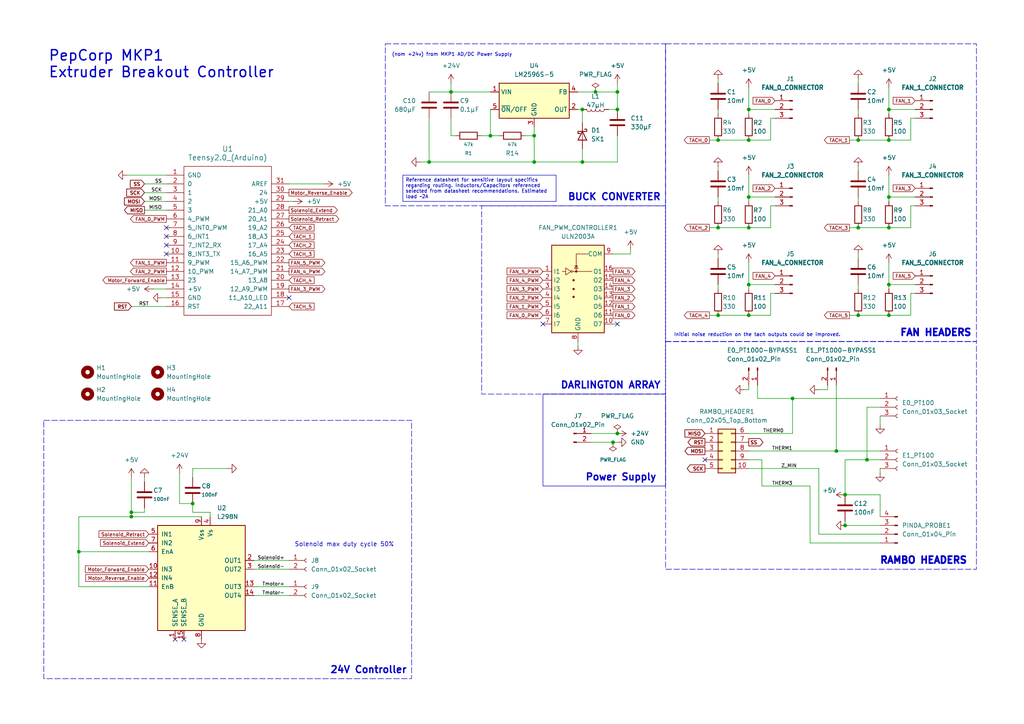
<source format=kicad_sch>
(kicad_sch (version 20230121) (generator eeschema)
  (paper "A4")
  (title_block (title "MKP1 - Extruder Breakout Board") (date "2023-06-27") (rev "0.1") (company "Pep Corp"))
  (lib_symbols
    (symbol "Connector:Conn_01x02_Pin" (pin_names (offset 1.016) hide)
      (property "Reference" "J" (at 0 2.54 0))
      (property "Value" "Conn_01x02_Pin" (at 0 -5.08 0))
      (symbol "Conn_01x02_Pin_1_1"
        (pin passive line (at 5.08 0 180) (length 3.81) (name "Pin_1") (number "1"))
        (pin passive line (at 5.08 -2.54 180) (length 3.81) (name "Pin_2") (number "2"))
      )
    )
    (symbol "Connector:Conn_01x02_Socket" (pin_names (offset 1.016) hide)
      (property "Reference" "J" (at 0 2.54 0))
      (property "Value" "Conn_01x02_Socket" (at 0 -5.08 0))
      (symbol "Conn_01x02_Socket_1_1"
        (pin passive line (at -5.08 0 0) (length 3.81) (name "Pin_1") (number "1"))
        (pin passive line (at -5.08 -2.54 0) (length 3.81) (name "Pin_2") (number "2"))
      )
    )
    (symbol "Connector:Conn_01x03_Pin" (pin_names (offset 1.016) hide)
      (property "Reference" "J" (at 0 5.08 0))
      (property "Value" "Conn_01x03_Pin" (at 0 -5.08 0))
      (symbol "Conn_01x03_Pin_1_1"
        (pin passive line (at 5.08 2.54 180) (length 3.81) (name "Pin_1") (number "1"))
        (pin passive line (at 5.08 0 180) (length 3.81) (name "Pin_2") (number "2"))
        (pin passive line (at 5.08 -2.54 180) (length 3.81) (name "Pin_3") (number "3"))
      )
    )
    (symbol "Connector:Conn_01x03_Socket" (pin_names (offset 1.016) hide)
      (property "Reference" "J" (at 0 5.08 0))
      (property "Value" "Conn_01x03_Socket" (at 0 -5.08 0))
      (symbol "Conn_01x03_Socket_1_1"
        (pin passive line (at -5.08 2.54 0) (length 3.81) (name "Pin_1") (number "1"))
        (pin passive line (at -5.08 0 0) (length 3.81) (name "Pin_2") (number "2"))
        (pin passive line (at -5.08 -2.54 0) (length 3.81) (name "Pin_3") (number "3"))
      )
    )
    (symbol "Connector:Conn_01x04_Pin" (pin_names (offset 1.016) hide)
      (property "Reference" "J" (at 0 5.08 0))
      (property "Value" "Conn_01x04_Pin" (at 0 -7.62 0))
      (symbol "Conn_01x04_Pin_1_1"
        (pin passive line (at 5.08 2.54 180) (length 3.81) (name "Pin_1") (number "1"))
        (pin passive line (at 5.08 0 180) (length 3.81) (name "Pin_2") (number "2"))
        (pin passive line (at 5.08 -2.54 180) (length 3.81) (name "Pin_3") (number "3"))
        (pin passive line (at 5.08 -5.08 180) (length 3.81) (name "Pin_4") (number "4"))
      )
    )
    (symbol "Connector_Generic:Conn_02x05_Top_Bottom" (pin_names (offset 1.016) hide)
      (property "Reference" "J" (at 1.27 7.62 0))
      (property "Value" "Conn_02x05_Top_Bottom" (at 1.27 -7.62 0))
      (symbol "Conn_02x05_Top_Bottom_1_1"
        (pin passive line (at -5.08 5.08 0) (length 3.81) (name "Pin_1") (number "1"))
        (pin passive line (at 7.62 -5.08 180) (length 3.81) (name "Pin_10") (number "10"))
        (pin passive line (at -5.08 2.54 0) (length 3.81) (name "Pin_2") (number "2"))
        (pin passive line (at -5.08 0 0) (length 3.81) (name "Pin_3") (number "3"))
        (pin passive line (at -5.08 -2.54 0) (length 3.81) (name "Pin_4") (number "4"))
        (pin passive line (at -5.08 -5.08 0) (length 3.81) (name "Pin_5") (number "5"))
        (pin passive line (at 7.62 5.08 180) (length 3.81) (name "Pin_6") (number "6"))
        (pin passive line (at 7.62 2.54 180) (length 3.81) (name "Pin_7") (number "7"))
        (pin passive line (at 7.62 0 180) (length 3.81) (name "Pin_8") (number "8"))
        (pin passive line (at 7.62 -2.54 180) (length 3.81) (name "Pin_9") (number "9"))
      )
    )
    (symbol "Device:C" (pin_numbers hide) (pin_names (offset 0.254))
      (property "Reference" "C" (at 0.635 2.54 0))
      (property "Value" "C" (at 0.635 -2.54 0))
      (symbol "C_1_1"
        (pin passive line (at 0 3.81 270) (length 2.794) (name "~") (number "1"))
        (pin passive line (at 0 -3.81 90) (length 2.794) (name "~") (number "2"))
      )
    )
    (symbol "Device:D_Schottky" (pin_numbers hide) (pin_names (offset 1.016) hide)
      (property "Reference" "D" (at 0 2.54 0))
      (property "Value" "D_Schottky" (at 0 -2.54 0))
      (symbol "D_Schottky_1_1"
        (pin passive line (at -3.81 0 0) (length 2.54) (name "K") (number "1"))
        (pin passive line (at 3.81 0 180) (length 2.54) (name "A") (number "2"))
      )
    )
    (symbol "Device:L" (pin_numbers hide) (pin_names (offset 1.016) hide)
      (property "Reference" "L" (at -1.27 0 90))
      (property "Value" "L" (at 1.905 0 90))
      (symbol "L_1_1"
        (pin passive line (at 0 3.81 270) (length 1.27) (name "1") (number "1"))
        (pin passive line (at 0 -3.81 90) (length 1.27) (name "2") (number "2"))
      )
    )
    (symbol "Device:R" (pin_numbers hide) (pin_names (offset 0))
      (property "Reference" "R" (at 2.032 0 90))
      (property "Value" "R" (at 0 0 90))
      (symbol "R_1_1"
        (pin passive line (at 0 3.81 270) (length 1.27) (name "~") (number "1"))
        (pin passive line (at 0 -3.81 90) (length 1.27) (name "~") (number "2"))
      )
    )
    (symbol "Driver_Motor:L298N" (pin_names (offset 1.016))
      (property "Reference" "U" (at -10.16 16.51 0))
      (property "Value" "L298N" (at 12.7 16.51 0))
      (symbol "L298N_1_1"
        (pin power_in line (at -7.62 -17.78 90) (length 2.54) (name "SENSE_A") (number "1"))
        (pin input line (at -15.24 2.54 0) (length 2.54) (name "IN3") (number "10"))
        (pin input line (at -15.24 -2.54 0) (length 2.54) (name "EnB") (number "11"))
        (pin input line (at -15.24 0 0) (length 2.54) (name "IN4") (number "12"))
        (pin output line (at 15.24 -2.54 180) (length 2.54) (name "OUT3") (number "13"))
        (pin output line (at 15.24 -5.08 180) (length 2.54) (name "OUT4") (number "14"))
        (pin power_in line (at -5.08 -17.78 90) (length 2.54) (name "SENSE_B") (number "15"))
        (pin output line (at 15.24 5.08 180) (length 2.54) (name "OUT1") (number "2"))
        (pin output line (at 15.24 2.54 180) (length 2.54) (name "OUT2") (number "3"))
        (pin power_in line (at 2.54 17.78 270) (length 2.54) (name "Vs") (number "4"))
        (pin input line (at -15.24 12.7 0) (length 2.54) (name "IN1") (number "5"))
        (pin input line (at -15.24 7.62 0) (length 2.54) (name "EnA") (number "6"))
        (pin input line (at -15.24 10.16 0) (length 2.54) (name "IN2") (number "7"))
        (pin power_in line (at 0 -17.78 90) (length 2.54) (name "GND") (number "8"))
        (pin power_in line (at 0 17.78 270) (length 2.54) (name "Vss") (number "9"))
      )
    )
    (symbol "Mechanical:MountingHole" (pin_names (offset 1.016))
      (property "Reference" "H" (at 0 5.08 0))
      (property "Value" "MountingHole" (at 0 3.175 0))
    )
    (symbol "Regulator_Switching:LM2596S-5"
      (property "Reference" "U" (at -10.16 6.35 0))
      (property "Value" "LM2596S-5" (at 0 6.35 0))
      (symbol "LM2596S-5_1_1"
        (pin power_in line (at -12.7 2.54 0) (length 2.54) (name "VIN") (number "1"))
        (pin output line (at 12.7 -2.54 180) (length 2.54) (name "OUT") (number "2"))
        (pin power_in line (at 0 -7.62 90) (length 2.54) (name "GND") (number "3"))
        (pin input line (at 12.7 2.54 180) (length 2.54) (name "FB") (number "4"))
        (pin input line (at -12.7 -2.54 0) (length 2.54) (name "~{ON}/OFF") (number "5"))
      )
    )
    (symbol "Transistor_Array:ULN2003A"
      (property "Reference" "U" (at 0 15.875 0))
      (property "Value" "ULN2003A" (at 0 13.97 0))
      (symbol "ULN2003A_1_1"
        (pin input line (at -10.16 5.08 0) (length 2.54) (name "I1") (number "1"))
        (pin open_collector line (at 10.16 -10.16 180) (length 2.54) (name "O7") (number "10"))
        (pin open_collector line (at 10.16 -7.62 180) (length 2.54) (name "O6") (number "11"))
        (pin open_collector line (at 10.16 -5.08 180) (length 2.54) (name "O5") (number "12"))
        (pin open_collector line (at 10.16 -2.54 180) (length 2.54) (name "O4") (number "13"))
        (pin open_collector line (at 10.16 0 180) (length 2.54) (name "O3") (number "14"))
        (pin open_collector line (at 10.16 2.54 180) (length 2.54) (name "O2") (number "15"))
        (pin open_collector line (at 10.16 5.08 180) (length 2.54) (name "O1") (number "16"))
        (pin input line (at -10.16 2.54 0) (length 2.54) (name "I2") (number "2"))
        (pin input line (at -10.16 0 0) (length 2.54) (name "I3") (number "3"))
        (pin input line (at -10.16 -2.54 0) (length 2.54) (name "I4") (number "4"))
        (pin input line (at -10.16 -5.08 0) (length 2.54) (name "I5") (number "5"))
        (pin input line (at -10.16 -7.62 0) (length 2.54) (name "I6") (number "6"))
        (pin input line (at -10.16 -10.16 0) (length 2.54) (name "I7") (number "7"))
        (pin power_in line (at 0 -15.24 90) (length 2.54) (name "GND") (number "8"))
        (pin passive line (at 10.16 10.16 180) (length 2.54) (name "COM") (number "9"))
      )
    )
    (symbol "power:+24V" (power) (pin_names (offset 0))
      (property "Value" "+24V" (at 0 3.556 0))
      (symbol "+24V_1_1"
        (pin power_in line (at 0 0 90) (length 0) hide (name "+24V") (number "1"))
      )
    )
    (symbol "power:+5V" (power) (pin_names (offset 0))
      (property "Value" "+5V" (at 0 3.556 0))
      (symbol "+5V_1_1"
        (pin power_in line (at 0 0 90) (length 0) hide (name "+5V") (number "1"))
      )
    )
    (symbol "power:GND" (power) (pin_names (offset 0))
      (property "Value" "GND" (at 0 -3.81 0))
      (symbol "GND_1_1"
        (pin power_in line (at 0 0 270) (length 0) hide (name "GND") (number "1"))
      )
    )
    (symbol "power:PWR_FLAG" (power) (pin_numbers hide) (pin_names (offset 0) hide)
      (property "Value" "PWR_FLAG" (at 0 3.81 0))
      (symbol "PWR_FLAG_0_0"
        (pin power_out line (at 0 0 90) (length 0) (name "pwr") (number "1"))
      )
    )
    (symbol "teensy:Teensy2.0_(Arduino)" (pin_names (offset 1.016))
      (property "Reference" "U" (at 0 24.13 0))
      (property "Value" "Teensy2.0_(Arduino)" (at 0 -24.13 0))
      (symbol "Teensy2.0_(Arduino)_1_1"
        (pin power_in line (at -17.78 19.05 0) (length 5.08) (name "GND") (number "1"))
        (pin bidirectional line (at -17.78 -3.81 0) (length 5.08) (name "8_INT3_TX") (number "10"))
        (pin bidirectional line (at -17.78 -6.35 0) (length 5.08) (name "9_PWM") (number "11"))
        (pin bidirectional line (at -17.78 -8.89 0) (length 5.08) (name "10_PWM") (number "12"))
        (pin bidirectional line (at -17.78 -11.43 0) (length 5.08) (name "23") (number "13"))
        (pin power_in line (at -17.78 -13.97 0) (length 5.08) (name "+5V") (number "14"))
        (pin power_in line (at -17.78 -16.51 0) (length 5.08) (name "GND") (number "15"))
        (pin input line (at -17.78 -19.05 0) (length 5.08) (name "RST") (number "16"))
        (pin bidirectional line (at 17.78 -19.05 180) (length 5.08) (name "22_A11") (number "17"))
        (pin bidirectional line (at 17.78 -16.51 180) (length 5.08) (name "11_A10_LED") (number "18"))
        (pin bidirectional line (at 17.78 -13.97 180) (length 5.08) (name "12_A9_PWM") (number "19"))
        (pin bidirectional line (at -17.78 16.51 0) (length 5.08) (name "0") (number "2"))
        (pin bidirectional line (at 17.78 -11.43 180) (length 5.08) (name "13_A8") (number "20"))
        (pin bidirectional line (at 17.78 -8.89 180) (length 5.08) (name "14_A7_PWM") (number "21"))
        (pin bidirectional line (at 17.78 -6.35 180) (length 5.08) (name "15_A6_PWM") (number "22"))
        (pin bidirectional line (at 17.78 -3.81 180) (length 5.08) (name "16_A5") (number "23"))
        (pin bidirectional line (at 17.78 -1.27 180) (length 5.08) (name "17_A4") (number "24"))
        (pin bidirectional line (at 17.78 1.27 180) (length 5.08) (name "18_A3") (number "25"))
        (pin bidirectional line (at 17.78 3.81 180) (length 5.08) (name "19_A2") (number "26"))
        (pin bidirectional line (at 17.78 6.35 180) (length 5.08) (name "20_A1") (number "27"))
        (pin bidirectional line (at 17.78 8.89 180) (length 5.08) (name "21_A0") (number "28"))
        (pin power_in line (at 17.78 11.43 180) (length 5.08) (name "+5V") (number "29"))
        (pin bidirectional line (at -17.78 13.97 0) (length 5.08) (name "1") (number "3"))
        (pin bidirectional line (at 17.78 13.97 180) (length 5.08) (name "24") (number "30"))
        (pin input line (at 17.78 16.51 180) (length 5.08) (name "AREF") (number "31"))
        (pin bidirectional line (at -17.78 11.43 0) (length 5.08) (name "2") (number "4"))
        (pin bidirectional line (at -17.78 8.89 0) (length 5.08) (name "3") (number "5"))
        (pin bidirectional line (at -17.78 6.35 0) (length 5.08) (name "4_PWM") (number "6"))
        (pin bidirectional line (at -17.78 3.81 0) (length 5.08) (name "5_INT0_PWM") (number "7"))
        (pin bidirectional line (at -17.78 1.27 0) (length 5.08) (name "6_INT1") (number "8"))
        (pin bidirectional line (at -17.78 -1.27 0) (length 5.08) (name "7_INT2_RX") (number "9"))
      )
    )
  )
  (junction (at 257.81 31.75))
  (junction (at 229.87 115.57))
  (junction (at 22.86 160.02))
  (junction (at 245.11 152.4))
  (junction (at 38.1 149.86))
  (junction (at 242.57 130.81))
  (junction (at 208.28 66.04))
  (junction (at 217.17 66.04))
  (junction (at 248.92 40.64))
  (junction (at 142.24 39.37))
  (junction (at 154.94 39.37))
  (junction (at 217.17 82.55))
  (junction (at 179.07 26.67))
  (junction (at 257.81 66.04))
  (junction (at 208.28 91.44))
  (junction (at 217.17 31.75))
  (junction (at 38.1 148.59))
  (junction (at 168.91 46.99))
  (junction (at 179.07 31.75))
  (junction (at 179.07 125.73))
  (junction (at 208.28 40.64))
  (junction (at 154.94 46.99))
  (junction (at 124.46 46.99))
  (junction (at 168.91 31.75))
  (junction (at 251.46 133.35))
  (junction (at 217.17 91.44))
  (junction (at 257.81 82.55))
  (junction (at 55.88 146.05))
  (junction (at 177.8 128.27))
  (junction (at 130.81 26.67))
  (junction (at 172.72 26.67))
  (junction (at 248.92 91.44))
  (junction (at 257.81 57.15))
  (junction (at 257.81 91.44))
  (junction (at 257.81 40.64))
  (junction (at 217.17 40.64))
  (junction (at 245.11 143.51))
  (junction (at 217.17 57.15))
  (junction (at 248.92 66.04))
  (no_connect (at 157.48 93.98))
  (no_connect (at 179.07 93.98))
  (no_connect (at 48.26 68.58))
  (no_connect (at 53.34 185.42))
  (no_connect (at 48.26 71.12))
  (no_connect (at 48.26 73.66))
  (no_connect (at 48.26 66.04))
  (no_connect (at 83.82 86.36))
  (no_connect (at 204.47 133.35))
  (no_connect (at 50.8 185.42))
  (wire (pts (xy 167.64 26.67) (xy 172.72 26.67)))
  (wire (pts (xy 217.17 130.81) (xy 242.57 130.81)))
  (wire (pts (xy 83.82 170.18) (xy 73.66 170.18)))
  (wire (pts (xy 248.92 73.66) (xy 248.92 74.93)))
  (wire (pts (xy 55.88 135.89) (xy 55.88 138.43)))
  (wire (pts (xy 217.17 125.73) (xy 229.87 125.73)))
  (wire (pts (xy 217.17 91.44) (xy 223.52 91.44)))
  (wire (pts (xy 124.46 46.99) (xy 154.94 46.99)))
  (wire (pts (xy 265.43 59.69) (xy 264.16 59.69)))
  (wire (pts (xy 22.86 149.86) (xy 38.1 149.86)))
  (wire (pts (xy 179.07 93.98) (xy 177.8 93.98)))
  (wire (pts (xy 154.94 46.99) (xy 168.91 46.99)))
  (wire (pts (xy 246.38 40.64) (xy 248.92 40.64)))
  (wire (pts (xy 215.9 113.03) (xy 217.17 113.03)))
  (wire (pts (xy 130.81 26.67) (xy 142.24 26.67)))
  (wire (pts (xy 43.18 170.18) (xy 22.86 170.18)))
  (wire (pts (xy 121.92 46.99) (xy 124.46 46.99)))
  (wire (pts (xy 224.79 34.29) (xy 223.52 34.29)))
  (wire (pts (xy 257.81 57.15) (xy 265.43 57.15)))
  (wire (pts (xy 52.07 146.05) (xy 55.88 146.05)))
  (wire (pts (xy 245.11 133.35) (xy 245.11 143.51)))
  (wire (pts (xy 171.45 128.27) (xy 177.8 128.27)))
  (wire (pts (xy 223.52 85.09) (xy 223.52 91.44)))
  (wire (pts (xy 154.94 46.99) (xy 154.94 39.37)))
  (wire (pts (xy 237.49 113.03) (xy 240.03 113.03)))
  (wire (pts (xy 255.27 123.19) (xy 255.27 120.65)))
  (wire (pts (xy 229.87 125.73) (xy 229.87 115.57)))
  (wire (pts (xy 93.98 53.34) (xy 83.82 53.34)))
  (wire (pts (xy 237.49 135.89) (xy 237.49 154.94)))
  (wire (pts (xy 55.88 146.05) (xy 55.88 148.59)))
  (wire (pts (xy 255.27 143.51) (xy 245.11 143.51)))
  (wire (pts (xy 240.03 113.03) (xy 240.03 111.76)))
  (wire (pts (xy 208.28 48.26) (xy 208.28 49.53)))
  (wire (pts (xy 219.71 115.57) (xy 229.87 115.57)))
  (wire (pts (xy 264.16 34.29) (xy 264.16 40.64)))
  (wire (pts (xy 152.4 39.37) (xy 154.94 39.37)))
  (wire (pts (xy 46.99 86.36) (xy 48.26 86.36)))
  (wire (pts (xy 177.8 128.27) (xy 179.07 128.27)))
  (wire (pts (xy 242.57 130.81) (xy 255.27 130.81)))
  (wire (pts (xy 208.28 57.15) (xy 208.28 58.42)))
  (wire (pts (xy 41.91 138.43) (xy 41.91 139.7)))
  (wire (pts (xy 224.79 59.69) (xy 223.52 59.69)))
  (wire (pts (xy 142.24 31.75) (xy 142.24 39.37)))
  (wire (pts (xy 168.91 46.99) (xy 179.07 46.99)))
  (wire (pts (xy 248.92 66.04) (xy 257.81 66.04)))
  (wire (pts (xy 242.57 111.76) (xy 242.57 130.81)))
  (wire (pts (xy 220.98 133.35) (xy 217.17 133.35)))
  (wire (pts (xy 154.94 39.37) (xy 154.94 36.83)))
  (wire (pts (xy 223.52 59.69) (xy 223.52 66.04)))
  (wire (pts (xy 48.26 55.88) (xy 41.91 55.88)))
  (wire (pts (xy 248.92 22.86) (xy 248.92 24.13)))
  (wire (pts (xy 83.82 58.42) (xy 85.09 58.42)))
  (wire (pts (xy 38.1 149.86) (xy 58.42 149.86)))
  (wire (pts (xy 22.86 170.18) (xy 22.86 160.02)))
  (wire (pts (xy 217.17 25.4) (xy 217.17 31.75)))
  (wire (pts (xy 224.79 85.09) (xy 223.52 85.09)))
  (wire (pts (xy 36.83 50.8) (xy 48.26 50.8)))
  (wire (pts (xy 255.27 149.86) (xy 255.27 143.51)))
  (wire (pts (xy 264.16 85.09) (xy 264.16 91.44)))
  (wire (pts (xy 172.72 26.67) (xy 179.07 26.67)))
  (wire (pts (xy 205.74 91.44) (xy 208.28 91.44)))
  (wire (pts (xy 264.16 59.69) (xy 264.16 66.04)))
  (wire (pts (xy 48.26 53.34) (xy 41.91 53.34)))
  (wire (pts (xy 66.04 135.89) (xy 55.88 135.89)))
  (wire (pts (xy 246.38 66.04) (xy 248.92 66.04)))
  (wire (pts (xy 251.46 118.11) (xy 255.27 118.11)))
  (wire (pts (xy 255.27 137.16) (xy 255.27 135.89)))
  (wire (pts (xy 217.17 50.8) (xy 217.17 57.15)))
  (wire (pts (xy 60.96 148.59) (xy 60.96 149.86)))
  (wire (pts (xy 248.92 40.64) (xy 257.81 40.64)))
  (wire (pts (xy 208.28 73.66) (xy 208.28 74.93)))
  (wire (pts (xy 22.86 160.02) (xy 22.86 149.86)))
  (wire (pts (xy 130.81 34.29) (xy 130.81 39.37)))
  (wire (pts (xy 179.07 46.99) (xy 179.07 39.37)))
  (wire (pts (xy 44.45 83.82) (xy 48.26 83.82)))
  (wire (pts (xy 237.49 135.89) (xy 217.17 135.89)))
  (wire (pts (xy 168.91 43.18) (xy 168.91 46.99)))
  (wire (pts (xy 257.81 82.55) (xy 257.81 83.82)))
  (wire (pts (xy 205.74 40.64) (xy 208.28 40.64)))
  (wire (pts (xy 223.52 34.29) (xy 223.52 40.64)))
  (wire (pts (xy 182.88 73.66) (xy 182.88 72.39)))
  (wire (pts (xy 208.28 91.44) (xy 217.17 91.44)))
  (wire (pts (xy 38.1 88.9) (xy 48.26 88.9)))
  (wire (pts (xy 171.45 125.73) (xy 179.07 125.73)))
  (wire (pts (xy 246.38 91.44) (xy 248.92 91.44)))
  (wire (pts (xy 83.82 172.72) (xy 73.66 172.72)))
  (wire (pts (xy 52.07 137.16) (xy 52.07 146.05)))
  (wire (pts (xy 219.71 111.76) (xy 219.71 115.57)))
  (wire (pts (xy 217.17 66.04) (xy 223.52 66.04)))
  (wire (pts (xy 208.28 31.75) (xy 208.28 33.02)))
  (wire (pts (xy 38.1 148.59) (xy 41.91 148.59)))
  (wire (pts (xy 167.64 31.75) (xy 168.91 31.75)))
  (wire (pts (xy 43.18 160.02) (xy 22.86 160.02)))
  (wire (pts (xy 144.78 39.37) (xy 142.24 39.37)))
  (wire (pts (xy 245.11 133.35) (xy 251.46 133.35)))
  (wire (pts (xy 257.81 31.75) (xy 265.43 31.75)))
  (wire (pts (xy 55.88 148.59) (xy 60.96 148.59)))
  (wire (pts (xy 257.81 25.4) (xy 257.81 31.75)))
  (wire (pts (xy 41.91 148.59) (xy 41.91 147.32)))
  (wire (pts (xy 234.95 157.48) (xy 255.27 157.48)))
  (wire (pts (xy 248.92 48.26) (xy 248.92 49.53)))
  (wire (pts (xy 205.74 66.04) (xy 208.28 66.04)))
  (wire (pts (xy 217.17 57.15) (xy 224.79 57.15)))
  (wire (pts (xy 139.7 39.37) (xy 142.24 39.37)))
  (wire (pts (xy 248.92 57.15) (xy 248.92 58.42)))
  (wire (pts (xy 217.17 57.15) (xy 217.17 58.42)))
  (wire (pts (xy 248.92 91.44) (xy 257.81 91.44)))
  (wire (pts (xy 217.17 82.55) (xy 224.79 82.55)))
  (wire (pts (xy 248.92 31.75) (xy 248.92 33.02)))
  (wire (pts (xy 179.07 26.67) (xy 179.07 31.75)))
  (wire (pts (xy 217.17 113.03) (xy 217.17 111.76)))
  (wire (pts (xy 257.81 50.8) (xy 257.81 57.15)))
  (wire (pts (xy 255.27 133.35) (xy 251.46 133.35)))
  (wire (pts (xy 83.82 165.1) (xy 73.66 165.1)))
  (wire (pts (xy 168.91 31.75) (xy 168.91 35.56)))
  (wire (pts (xy 248.92 82.55) (xy 248.92 83.82)))
  (wire (pts (xy 251.46 118.11) (xy 251.46 133.35)))
  (wire (pts (xy 208.28 82.55) (xy 208.28 83.82)))
  (wire (pts (xy 257.81 82.55) (xy 265.43 82.55)))
  (wire (pts (xy 255.27 152.4) (xy 245.11 152.4)))
  (wire (pts (xy 265.43 85.09) (xy 264.16 85.09)))
  (wire (pts (xy 83.82 162.56) (xy 73.66 162.56)))
  (wire (pts (xy 265.43 34.29) (xy 264.16 34.29)))
  (wire (pts (xy 257.81 66.04) (xy 264.16 66.04)))
  (wire (pts (xy 38.1 138.43) (xy 38.1 148.59)))
  (wire (pts (xy 208.28 40.64) (xy 217.17 40.64)))
  (wire (pts (xy 167.64 100.33) (xy 167.64 99.06)))
  (wire (pts (xy 217.17 76.2) (xy 217.17 82.55)))
  (wire (pts (xy 130.81 24.13) (xy 130.81 26.67)))
  (wire (pts (xy 257.81 40.64) (xy 264.16 40.64)))
  (wire (pts (xy 229.87 115.57) (xy 255.27 115.57)))
  (wire (pts (xy 257.81 76.2) (xy 257.81 82.55)))
  (wire (pts (xy 257.81 91.44) (xy 264.16 91.44)))
  (wire (pts (xy 48.26 58.42) (xy 41.91 58.42)))
  (wire (pts (xy 255.27 154.94) (xy 237.49 154.94)))
  (wire (pts (xy 257.81 31.75) (xy 257.81 33.02)))
  (wire (pts (xy 245.11 152.4) (xy 245.11 151.13)))
  (wire (pts (xy 182.88 73.66) (xy 177.8 73.66)))
  (wire (pts (xy 179.07 24.13) (xy 179.07 26.67)))
  (wire (pts (xy 217.17 40.64) (xy 223.52 40.64)))
  (wire (pts (xy 234.95 140.97) (xy 234.95 157.48)))
  (wire (pts (xy 217.17 31.75) (xy 224.79 31.75)))
  (wire (pts (xy 41.91 60.96) (xy 48.26 60.96)))
  (wire (pts (xy 208.28 66.04) (xy 217.17 66.04)))
  (wire (pts (xy 257.81 57.15) (xy 257.81 58.42)))
  (wire (pts (xy 208.28 22.86) (xy 208.28 24.13)))
  (wire (pts (xy 217.17 82.55) (xy 217.17 83.82)))
  (wire (pts (xy 124.46 34.29) (xy 124.46 46.99)))
  (wire (pts (xy 217.17 31.75) (xy 217.17 33.02)))
  (wire (pts (xy 130.81 39.37) (xy 132.08 39.37)))
  (wire (pts (xy 176.53 31.75) (xy 179.07 31.75)))
  (wire (pts (xy 124.46 26.67) (xy 130.81 26.67)))
  (wire (pts (xy 220.98 140.97) (xy 220.98 133.35)))
  (wire (pts (xy 38.1 148.59) (xy 38.1 149.86)))
  (wire (pts (xy 220.98 140.97) (xy 234.95 140.97)))
  (rectangle (start 157.48 114.3) (end 193.04 140.97))
  (rectangle (start 111.76 12.7) (end 193.04 59.69) (stroke (width 0) (type dash)))
  (rectangle (start 193.04 12.7) (end 283.21 99.06) (stroke (width 0) (type dash)))
  (rectangle (start 139.7 59.69) (end 193.04 114.3) (stroke (width 0) (type dash)))
  (rectangle (start 193.04 99.06) (end 283.21 165.1) (stroke (width 0) (type dash)))
  (rectangle (start 12.7 121.92) (end 119.38 196.85) (stroke (width 0) (type dash)))
  (text_box "Reference datasheet for sensitive layout specifics regarding routing. Inductors/Capacitors referenced selected from datasheet recommendations. Estimated load ~2A" (at 116.84 50.8 0) (size 44.45 7.62) (effects (font (size 1 1)) (justify left top)))
  (text "FAN HEADERS" (at 281.94 97.79 0) (effects (font (size 2 2) (thickness 0.8) bold) (justify right bottom)))
  (text "DARLINGTON ARRAY" (at 191.77 113.03 0) (effects (font (size 2 2) bold) (justify right bottom)))
  (text "Solenoid max duty cycle 50%" (at 114.3 158.75 0) (effects (font (size 1.27 1.27)) (justify right bottom)))
  (text "Initial noise reduction on the tach outputs could be improved." (at 243.84 97.79 0) (effects (font (size 1 1)) (justify right bottom)))
  (text "(nom +24v) from MKP1 AD/DC Power Supply" (at 148.59 16.51 0) (effects (font (size 1 1)) (justify right bottom)))
  (text "Power Supply" (at 190.5 139.7 0) (effects (font (size 2 2) bold) (justify right bottom)))
  (text "PepCorp MKP1\nExtruder Breakout Controller" (at 13.97 22.86 0) (effects (font (size 3 3) (thickness 0.4) bold) (justify left bottom)))
  (text "24V Controller" (at 118.11 195.58 0) (effects (font (size 2 2) bold) (justify right bottom)))
  (text "BUCK CONVERTER" (at 191.77 58.42 0) (effects (font (size 2 2) bold) (justify right bottom)))
  (text "RAMBO HEADERS" (at 280.67 163.83 0) (effects (font (size 2 2) (thickness 0.8) bold) (justify right bottom)))
  (label "RST" (at 43.18 88.9 180) (effects (font (size 1 1))))
  (label "Solenoid-" (at 82.55 165.1 180) (effects (font (size 1 1))))
  (label "Solenoid+" (at 82.55 162.56 180) (effects (font (size 1 1))))
  (label "THERM3" (at 229.87 140.97 180) (effects (font (size 1 1))))
  (label "MOSI" (at 46.99 58.42 180) (effects (font (size 1 1))))
  (label "THERM1" (at 229.87 130.81 180) (effects (font (size 1 1))))
  (label "THERM0" (at 227.33 125.73 180) (effects (font (size 1 1))))
  (label "SCK" (at 46.99 55.88 180) (effects (font (size 1 1))))
  (label "Tmotor-" (at 82.55 172.72 180) (effects (font (size 1 1))))
  (label "Tmotor+" (at 82.55 170.18 180) (effects (font (size 1 1))))
  (label "Z_MIN" (at 231.14 135.89 180) (effects (font (size 1 1))))
  (label "MISO" (at 46.99 60.96 180) (effects (font (size 1 1))))
  (label "SS" (at 46.99 53.34 180) (effects (font (size 1 1))))
  (global_label "FAN_4" (shape output) (at 177.8 81.28 0) (effects (font (size 1 1))) (property "Intersheetrefs" "${INTERSHEET_REFS}" (effects hide)))
  (global_label "FAN_4_PWM" (shape output) (at 83.82 78.74 0) (effects (font (size 1 1))) (property "Intersheetrefs" "${INTERSHEET_REFS}" (effects hide)))
  (global_label "Solenoid_Extend" (shape output) (at 83.82 60.96 0) (effects (font (size 1 1))) (property "Intersheetrefs" "${INTERSHEET_REFS}" (effects hide)))
  (global_label "RST" (shape input) (at 38.1 88.9 180) (effects (font (size 1 1) bold)) (property "Intersheetrefs" "${INTERSHEET_REFS}" (effects hide)))
  (global_label "TACH_4" (shape output) (at 205.74 91.44 180) (effects (font (size 1 1))) (property "Intersheetrefs" "${INTERSHEET_REFS}" (effects hide)))
  (global_label "TACH_3" (shape output) (at 246.38 66.04 180) (effects (font (size 1 1))) (property "Intersheetrefs" "${INTERSHEET_REFS}" (effects hide)))
  (global_label "Motor_Reverse_Enable" (shape input) (at 43.18 167.64 180) (effects (font (size 1 1))) (property "Intersheetrefs" "${INTERSHEET_REFS}" (effects hide)))
  (global_label "TACH_5" (shape output) (at 246.38 91.44 180) (effects (font (size 1 1))) (property "Intersheetrefs" "${INTERSHEET_REFS}" (effects hide)))
  (global_label "Motor_Forward_Enable" (shape output) (at 48.26 81.28 180) (effects (font (size 1 1))) (property "Intersheetrefs" "${INTERSHEET_REFS}" (effects hide)))
  (global_label "MISO" (shape input) (at 204.47 125.73 180) (effects (font (size 1 1) bold)) (property "Intersheetrefs" "${INTERSHEET_REFS}" (effects hide)))
  (global_label "MOSI" (shape input) (at 41.91 58.42 180) (effects (font (size 1 1) bold)) (property "Intersheetrefs" "${INTERSHEET_REFS}" (effects hide)))
  (global_label "FAN_2_PWM" (shape output) (at 48.26 78.74 180) (effects (font (size 1 1))) (property "Intersheetrefs" "${INTERSHEET_REFS}" (effects hide)))
  (global_label "TACH_4" (shape input) (at 83.82 81.28 0) (effects (font (size 1 1))) (property "Intersheetrefs" "${INTERSHEET_REFS}" (effects hide)))
  (global_label "Motor_Forward_Enable" (shape input) (at 43.18 165.1 180) (effects (font (size 1 1))) (property "Intersheetrefs" "${INTERSHEET_REFS}" (effects hide)))
  (global_label "FAN_0_PWM" (shape output) (at 48.26 63.5 180) (effects (font (size 1 1))) (property "Intersheetrefs" "${INTERSHEET_REFS}" (effects hide)))
  (global_label "FAN_0" (shape output) (at 177.8 91.44 0) (effects (font (size 1 1))) (property "Intersheetrefs" "${INTERSHEET_REFS}" (effects hide)))
  (global_label "FAN_1_PWM" (shape output) (at 48.26 76.2 180) (effects (font (size 1 1))) (property "Intersheetrefs" "${INTERSHEET_REFS}" (effects hide)))
  (global_label "FAN_5_PWM" (shape output) (at 83.82 76.2 0) (effects (font (size 1 1))) (property "Intersheetrefs" "${INTERSHEET_REFS}" (effects hide)))
  (global_label "FAN_3" (shape output) (at 177.8 83.82 0) (effects (font (size 1 1))) (property "Intersheetrefs" "${INTERSHEET_REFS}" (effects hide)))
  (global_label "Motor_Reverse_Enable" (shape output) (at 83.82 55.88 0) (effects (font (size 1 1))) (property "Intersheetrefs" "${INTERSHEET_REFS}" (effects hide)))
  (global_label "Solenoid_Extend" (shape input) (at 43.18 157.48 180) (effects (font (size 1 1))) (property "Intersheetrefs" "${INTERSHEET_REFS}" (effects hide)))
  (global_label "SCK" (shape input) (at 41.91 55.88 180) (effects (font (size 1 1) bold)) (property "Intersheetrefs" "${INTERSHEET_REFS}" (effects hide)))
  (global_label "Solenoid_Retract" (shape output) (at 83.82 63.5 0) (effects (font (size 1 1))) (property "Intersheetrefs" "${INTERSHEET_REFS}" (effects hide)))
  (global_label "TACH_1" (shape output) (at 246.38 40.64 180) (effects (font (size 1 1))) (property "Intersheetrefs" "${INTERSHEET_REFS}" (effects hide)))
  (global_label "TACH_3" (shape input) (at 83.82 73.66 0) (effects (font (size 1 1))) (property "Intersheetrefs" "${INTERSHEET_REFS}" (effects hide)))
  (global_label "Solenoid_Retract" (shape input) (at 43.18 154.94 180) (effects (font (size 1 1))) (property "Intersheetrefs" "${INTERSHEET_REFS}" (effects hide)))
  (global_label "FAN_5" (shape input) (at 265.43 80.01 180) (effects (font (size 1 1))) (property "Intersheetrefs" "${INTERSHEET_REFS}" (effects hide)))
  (global_label "TACH_0" (shape input) (at 83.82 66.04 0) (effects (font (size 1 1))) (property "Intersheetrefs" "${INTERSHEET_REFS}" (effects hide)))
  (global_label "FAN_0" (shape input) (at 224.79 29.21 180) (effects (font (size 1 1))) (property "Intersheetrefs" "${INTERSHEET_REFS}" (effects hide)))
  (global_label "TACH_2" (shape output) (at 205.74 66.04 180) (effects (font (size 1 1))) (property "Intersheetrefs" "${INTERSHEET_REFS}" (effects hide)))
  (global_label "FAN_2" (shape input) (at 224.79 54.61 180) (effects (font (size 1 1))) (property "Intersheetrefs" "${INTERSHEET_REFS}" (effects hide)))
  (global_label "FAN_1" (shape input) (at 265.43 29.21 180) (effects (font (size 1 1))) (property "Intersheetrefs" "${INTERSHEET_REFS}" (effects hide)))
  (global_label "FAN_2" (shape output) (at 177.8 86.36 0) (effects (font (size 1 1))) (property "Intersheetrefs" "${INTERSHEET_REFS}" (effects hide)))
  (global_label "FAN_3" (shape input) (at 265.43 54.61 180) (effects (font (size 1 1))) (property "Intersheetrefs" "${INTERSHEET_REFS}" (effects hide)))
  (global_label "FAN_5" (shape output) (at 177.8 78.74 0) (effects (font (size 1 1))) (property "Intersheetrefs" "${INTERSHEET_REFS}" (effects hide)))
  (global_label "TACH_5" (shape input) (at 83.82 88.9 0) (effects (font (size 1 1))) (property "Intersheetrefs" "${INTERSHEET_REFS}" (effects hide)))
  (global_label "MISO" (shape output) (at 41.91 60.96 180) (effects (font (size 1 1) bold)) (property "Intersheetrefs" "${INTERSHEET_REFS}" (effects hide)))
  (global_label "TACH_0" (shape output) (at 205.74 40.64 180) (effects (font (size 1 1))) (property "Intersheetrefs" "${INTERSHEET_REFS}" (effects hide)))
  (global_label "FAN_1" (shape output) (at 177.8 88.9 0) (effects (font (size 1 1))) (property "Intersheetrefs" "${INTERSHEET_REFS}" (effects hide)))
  (global_label "TACH_2" (shape input) (at 83.82 71.12 0) (effects (font (size 1 1))) (property "Intersheetrefs" "${INTERSHEET_REFS}" (effects hide)))
  (global_label "FAN_5_PWM" (shape input) (at 157.48 78.74 180) (effects (font (size 1 1))) (property "Intersheetrefs" "${INTERSHEET_REFS}" (effects hide)))
  (global_label "SCK" (shape output) (at 204.47 135.89 180) (effects (font (size 1 1) bold)) (property "Intersheetrefs" "${INTERSHEET_REFS}" (effects hide)))
  (global_label "FAN_3_PWM" (shape output) (at 83.82 83.82 0) (effects (font (size 1 1))) (property "Intersheetrefs" "${INTERSHEET_REFS}" (effects hide)))
  (global_label "FAN_1_PWM" (shape input) (at 157.48 88.9 180) (effects (font (size 1 1))) (property "Intersheetrefs" "${INTERSHEET_REFS}" (effects hide)))
  (global_label "RST" (shape output) (at 204.47 128.27 180) (effects (font (size 1 1) bold)) (property "Intersheetrefs" "${INTERSHEET_REFS}" (effects hide)))
  (global_label "FAN_4_PWM" (shape input) (at 157.48 81.28 180) (effects (font (size 1 1))) (property "Intersheetrefs" "${INTERSHEET_REFS}" (effects hide)))
  (global_label "MOSI" (shape output) (at 204.47 130.81 180) (effects (font (size 1 1) bold)) (property "Intersheetrefs" "${INTERSHEET_REFS}" (effects hide)))
  (global_label "SS" (shape input) (at 41.91 53.34 180) (effects (font (size 1 1) bold)) (property "Intersheetrefs" "${INTERSHEET_REFS}" (effects hide)))
  (global_label "TACH_1" (shape input) (at 83.82 68.58 0) (effects (font (size 1 1))) (property "Intersheetrefs" "${INTERSHEET_REFS}" (effects hide)))
  (global_label "FAN_0_PWM" (shape input) (at 157.48 91.44 180) (effects (font (size 1 1))) (property "Intersheetrefs" "${INTERSHEET_REFS}" (effects hide)))
  (global_label "SS" (shape output) (at 217.17 128.27 0) (effects (font (size 1 1) bold)) (property "Intersheetrefs" "${INTERSHEET_REFS}" (effects hide)))
  (global_label "FAN_2_PWM" (shape input) (at 157.48 86.36 180) (effects (font (size 1 1))) (property "Intersheetrefs" "${INTERSHEET_REFS}" (effects hide)))
  (global_label "FAN_3_PWM" (shape input) (at 157.48 83.82 180) (effects (font (size 1 1))) (property "Intersheetrefs" "${INTERSHEET_REFS}" (effects hide)))
  (global_label "FAN_4" (shape input) (at 224.79 80.01 180) (effects (font (size 1 1))) (property "Intersheetrefs" "${INTERSHEET_REFS}" (effects hide)))
  (symbol (lib_id "Device:R") (at 217.17 36.83 0) (unit 1)
    (property "Reference" "R2" (at 218.44 35.56 0) (effects (justify left)))
    (property "Value" "100" (at 218.44 38.1 0) (effects (justify left)))
    (property "Footprint" "Resistor_SMD:R_0402_1005Metric" (effects hide))
  )
  (symbol (lib_id "power:+5V") (at 38.1 138.43 0) (unit 1)
    (property "Reference" "#PWR06" (effects hide))
    (property "Value" "+5V" (at 38.1 133.35 0))
  )
  (symbol (lib_id "power:GND") (at 167.64 100.33 0) (unit 1)
    (property "Reference" "#PWR03" (effects hide))
    (property "Value" "GND" (effects hide))
  )
  (symbol (lib_id "Connector:Conn_01x03_Socket") (at 260.35 133.35 0) (unit 1)
    (property "Reference" "E1_PT100" (at 261.62 132.08 0) (effects (justify left)))
    (property "Value" "Conn_01x03_Socket" (at 261.62 134.62 0) (effects (justify left)))
    (property "Footprint" "Connector_PinSocket_2.00mm:PinSocket_1x03_P2.00mm_Vertical" (effects hide))
  )
  (symbol (lib_id "power:+24V") (at 52.07 137.16 0) (unit 1)
    (property "Reference" "#PWR019" (effects hide))
    (property "Value" "+24V" (at 52.07 132.08 0))
  )
  (symbol (lib_id "power:+5V") (at 257.81 50.8 0) (unit 1)
    (property "Reference" "#PWR014" (effects hide))
    (property "Value" "+5V" (at 257.81 45.72 0))
  )
  (symbol (lib_id "Connector:Conn_01x02_Pin") (at 166.37 125.73 0) (unit 1)
    (property "Reference" "J7" (at 167.64 120.65 0))
    (property "Value" "Conn_01x02_Pin" (at 167.64 123.19 0))
    (property "Footprint" "Connector_Molex:Molex_KK-396_A-41791-0002_1x02_P3.96mm_Vertical" (effects hide))
  )
  (symbol (lib_id "Device:C") (at 130.81 30.48 0) (unit 1)
    (property "Reference" "C9" (at 133.35 29.21 0) (effects (justify left)))
    (property "Value" "0.1µF" (at 133.35 31.75 0) (effects (justify left)))
    (property "Footprint" "Capacitor_SMD:C_0402_1005Metric_Pad0.74x0.62mm_HandSolder" (effects hide))
  )
  (symbol (lib_id "Device:C") (at 248.92 53.34 0) (unit 1)
    (property "Reference" "C4" (at 251.46 52.07 0) (effects (justify left)))
    (property "Value" "10mf" (at 251.46 54.61 0) (effects (justify left)))
    (property "Footprint" "Capacitor_SMD:C_0603_1608Metric_Pad1.08x0.95mm_HandSolder" (effects hide))
  )
  (symbol (lib_id "Device:R") (at 208.28 36.83 0) (unit 1)
    (property "Reference" "R4" (at 209.55 35.56 0) (effects (justify left)))
    (property "Value" "330" (at 209.55 38.1 0) (effects (justify left)))
    (property "Footprint" "Resistor_SMD:R_0402_1005Metric" (effects hide))
  )
  (symbol (lib_id "Connector:Conn_01x03_Pin") (at 270.51 57.15 0) (mirror y) (unit 1)
    (property "Reference" "J4" (at 270.51 48.26 0))
    (property "Value" "FAN_3_CONNECTOR" (at 270.51 50.8 0) (effects (font bold)))
    (property "Footprint" "Connector_Molex:Molex_KK-396_5273-03A_1x03_P3.96mm_Vertical" (effects hide))
  )
  (symbol (lib_id "teensy:Teensy2.0_(Arduino)") (at 66.04 69.85 0) (unit 1)
    (property "Reference" "U1" (at 66.04 43.18 0) (effects (font (size 1.524 1.524))))
    (property "Value" "Teensy2.0_(Arduino)" (at 66.04 45.72 0) (effects (font (size 1.524 1.524))))
    (property "Footprint" "teensy.pretty-master:Teensy2.0" (effects hide))
  )
  (symbol (lib_id "power:GND") (at 237.49 113.03 270) (unit 1)
    (property "Reference" "#PWR030" (effects hide))
    (property "Value" "GND" (effects hide))
  )
  (symbol (lib_id "Device:C") (at 179.07 35.56 0) (unit 1)
    (property "Reference" "C11" (at 182.88 34.29 0) (effects (justify left)))
    (property "Value" "330µF" (at 182.88 36.83 0) (effects (justify left)))
    (property "Footprint" "Capacitor_SMD:C_0603_1608Metric_Pad1.08x0.95mm_HandSolder" (effects hide))
  )
  (symbol (lib_id "power:+5V") (at 217.17 25.4 0) (unit 1)
    (property "Reference" "#PWR018" (effects hide))
    (property "Value" "+5V" (at 217.17 20.32 0))
  )
  (symbol (lib_id "Regulator_Switching:LM2596S-5") (at 154.94 29.21 0) (unit 1)
    (property "Reference" "U4" (at 154.94 19.05 0))
    (property "Value" "LM2596S-5" (at 154.94 21.59 0))
    (property "Footprint" "Package_TO_SOT_SMD:TO-263-5_TabPin3" (effects hide))
    (property "Datasheet" "http://www.ti.com/lit/ds/symlink/lm2596.pdf" (effects hide))
  )
  (symbol (lib_id "Connector:Conn_01x02_Pin") (at 242.57 106.68 270) (unit 1)
    (property "Reference" "E1_PT1000-BYPASS1" (at 233.68 101.6 90) (effects (justify left)))
    (property "Value" "Conn_01x02_Pin" (at 233.68 104.14 90) (effects (justify left)))
    (property "Footprint" "Connector_Molex:Molex_KK-254_AE-6410-02A_1x02_P2.54mm_Vertical" (effects hide))
  )
  (symbol (lib_id "power:GND") (at 46.99 86.36 270) (mirror x) (unit 1)
    (property "Reference" "#PWR017" (effects hide))
    (property "Value" "GND" (effects hide))
  )
  (symbol (lib_id "Device:C") (at 208.28 78.74 0) (unit 1)
    (property "Reference" "C5" (at 210.82 77.47 0) (effects (justify left)))
    (property "Value" "10mf" (at 210.82 80.01 0) (effects (justify left)))
    (property "Footprint" "Capacitor_SMD:C_0603_1608Metric_Pad1.08x0.95mm_HandSolder" (effects hide))
  )
  (symbol (lib_id "Device:R") (at 257.81 87.63 0) (unit 1)
    (property "Reference" "R13" (at 259.08 86.36 0) (effects (justify left)))
    (property "Value" "100" (at 259.08 88.9 0) (effects (justify left)))
    (property "Footprint" "Resistor_SMD:R_0402_1005Metric" (effects hide))
  )
  (symbol (lib_id "power:+5V") (at 217.17 50.8 0) (unit 1)
    (property "Reference" "#PWR012" (effects hide))
    (property "Value" "+5V" (at 217.17 45.72 0))
  )
  (symbol (lib_id "power:GND") (at 248.92 73.66 0) (mirror x) (unit 1)
    (property "Reference" "#PWR015" (effects hide))
    (property "Value" "GND" (effects hide))
  )
  (symbol (lib_id "power:+5V") (at 257.81 25.4 0) (unit 1)
    (property "Reference" "#PWR016" (effects hide))
    (property "Value" "+5V" (at 257.81 20.32 0))
  )
  (symbol (lib_id "Connector_Generic:Conn_02x05_Top_Bottom") (at 209.55 130.81 0) (unit 1)
    (property "Reference" "RAMBO_HEADER1" (at 210.82 119.38 0))
    (property "Value" "Conn_02x05_Top_Bottom" (at 210.82 121.92 0))
    (property "Footprint" "Connector_PinHeader_2.00mm:PinHeader_2x05_P2.00mm_Vertical" (effects hide))
  )
  (symbol (lib_id "power:GND") (at 208.28 48.26 0) (mirror x) (unit 1)
    (property "Reference" "#PWR07" (effects hide))
    (property "Value" "GND" (effects hide))
  )
  (symbol (lib_id "Mechanical:MountingHole") (at 25.4 114.3 0) (unit 1)
    (property "Reference" "H2" (at 27.94 113.03 0) (effects (justify left)))
    (property "Value" "MountingHole" (at 27.94 115.57 0) (effects (justify left)))
    (property "Footprint" "MountingHole:MountingHole_3.2mm_M3" (effects hide))
  )
  (symbol (lib_id "power:+5V") (at 85.09 58.42 270) (unit 1)
    (property "Reference" "#PWR023" (effects hide))
    (property "Value" "+5V" (at 88.9 58.42 90) (effects (justify left)))
  )
  (symbol (lib_id "power:+5V") (at 93.98 53.34 270) (unit 1)
    (property "Reference" "#PWR02" (effects hide))
    (property "Value" "+5V" (at 97.79 53.34 90) (effects (justify left)))
  )
  (symbol (lib_id "power:+5V") (at 179.07 24.13 0) (unit 1)
    (property "Reference" "#PWR029" (effects hide))
    (property "Value" "+5V" (at 179.07 19.05 0))
  )
  (symbol (lib_id "Driver_Motor:L298N") (at 58.42 167.64 0) (unit 1)
    (property "Reference" "U2" (at 62.9159 147.32 0) (effects (justify left)))
    (property "Value" "L298N" (at 62.9159 149.86 0) (effects (justify left)))
    (property "Footprint" "Package_TO_SOT_THT:TO-220-15_P2.54x2.54mm_StaggerOdd_Lead4.58mm_Vertical" (effects hide))
    (property "Datasheet" "http://www.st.com/st-web-ui/static/active/en/resource/technical/document/datasheet/CD00000240.pdf" (effects hide))
  )
  (symbol (lib_id "power:GND") (at 66.04 135.89 90) (mirror x) (unit 1)
    (property "Reference" "#PWR022" (effects hide))
    (property "Value" "GND" (effects hide))
  )
  (symbol (lib_id "Device:R") (at 257.81 62.23 0) (unit 1)
    (property "Reference" "R9" (at 259.08 60.96 0) (effects (justify left)))
    (property "Value" "100" (at 259.08 63.5 0) (effects (justify left)))
    (property "Footprint" "Resistor_SMD:R_0402_1005Metric" (effects hide))
  )
  (symbol (lib_id "Device:C") (at 208.28 53.34 0) (unit 1)
    (property "Reference" "C3" (at 210.82 52.07 0) (effects (justify left)))
    (property "Value" "10mf" (at 210.82 54.61 0) (effects (justify left)))
    (property "Footprint" "Capacitor_SMD:C_0603_1608Metric_Pad1.08x0.95mm_HandSolder" (effects hide))
  )
  (symbol (lib_id "Connector:Conn_01x02_Pin") (at 219.71 106.68 270) (unit 1)
    (property "Reference" "E0_PT1000-BYPASS1" (at 210.82 101.6 90) (effects (justify left)))
    (property "Value" "Conn_01x02_Pin" (at 210.82 104.14 90) (effects (justify left)))
    (property "Footprint" "Connector_Molex:Molex_KK-254_AE-6410-02A_1x02_P2.54mm_Vertical" (effects hide))
  )
  (symbol (lib_id "Connector:Conn_01x03_Pin") (at 270.51 31.75 0) (mirror y) (unit 1)
    (property "Reference" "J2" (at 270.51 22.86 0))
    (property "Value" "FAN_1_CONNECTOR" (at 270.51 25.4 0) (effects (font bold)))
    (property "Footprint" "Connector_Molex:Molex_KK-396_5273-03A_1x03_P3.96mm_Vertical" (effects hide))
  )
  (symbol (lib_id "Transistor_Array:ULN2003A") (at 167.64 83.82 0) (unit 1)
    (property "Reference" "FAN_PWM_CONTROLLER1" (at 167.64 66.04 0))
    (property "Value" "ULN2003A" (at 167.64 68.58 0))
    (property "Footprint" "Package_DIP:DIP-16_W7.62mm_Socket" (effects hide))
    (property "Datasheet" "http://www.ti.com/lit/ds/symlink/uln2003a.pdf" (effects hide))
  )
  (symbol (lib_id "Device:C") (at 124.46 30.48 0) (mirror x) (unit 1)
    (property "Reference" "C10" (at 120.65 29.21 0) (effects (justify right)))
    (property "Value" "680µF" (at 120.65 31.75 0) (effects (justify right)))
    (property "Footprint" "Capacitor_SMD:C_0603_1608Metric_Pad1.08x0.95mm_HandSolder" (effects hide))
  )
  (symbol (lib_id "Mechanical:MountingHole") (at 45.72 107.95 0) (unit 1)
    (property "Reference" "H3" (at 48.26 106.68 0) (effects (justify left)))
    (property "Value" "MountingHole" (at 48.26 109.22 0) (effects (justify left)))
    (property "Footprint" "MountingHole:MountingHole_3.2mm_M3" (effects hide))
  )
  (symbol (lib_id "Device:C") (at 55.88 142.24 0) (unit 1)
    (property "Reference" "C8" (at 58.42 140.97 0) (effects (justify left)))
    (property "Value" "100nF" (at 58.42 143.51 0) (effects (font (size 1 1)) (justify left)))
    (property "Footprint" "Capacitor_SMD:C_0402_1005Metric_Pad0.74x0.62mm_HandSolder" (effects hide))
  )
  (symbol (lib_id "Device:R") (at 208.28 87.63 0) (unit 1)
    (property "Reference" "R10" (at 209.55 86.36 0) (effects (justify left)))
    (property "Value" "330" (at 209.55 88.9 0) (effects (justify left)))
    (property "Footprint" "Resistor_SMD:R_0402_1005Metric" (effects hide))
  )
  (symbol (lib_id "power:GND") (at 58.42 185.42 0) (unit 1)
    (property "Reference" "#PWR020" (effects hide))
    (property "Value" "GND" (effects hide))
  )
  (symbol (lib_id "power:+24V") (at 130.81 24.13 0) (unit 1)
    (property "Reference" "#PWR0101" (effects hide))
    (property "Value" "+24V" (at 130.81 19.05 0))
  )
  (symbol (lib_id "Device:C") (at 248.92 78.74 0) (unit 1)
    (property "Reference" "C6" (at 251.46 77.47 0) (effects (justify left)))
    (property "Value" "10mf" (at 251.46 80.01 0) (effects (justify left)))
    (property "Footprint" "Capacitor_SMD:C_0603_1608Metric_Pad1.08x0.95mm_HandSolder" (effects hide))
  )
  (symbol (lib_id "power:GND") (at 248.92 22.86 0) (mirror x) (unit 1)
    (property "Reference" "#PWR05" (effects hide))
    (property "Value" "GND" (effects hide))
  )
  (symbol (lib_id "Connector:Conn_01x03_Pin") (at 229.87 82.55 0) (mirror y) (unit 1)
    (property "Reference" "J5" (at 229.235 73.66 0))
    (property "Value" "FAN_4_CONNECTOR" (at 229.87 76.2 0) (effects (font bold)))
    (property "Footprint" "Connector_Molex:Molex_KK-396_5273-03A_1x03_P3.96mm_Vertical" (effects hide))
  )
  (symbol (lib_id "power:+5V") (at 182.88 72.39 0) (unit 1)
    (property "Reference" "#PWR010" (effects hide))
    (property "Value" "+5V" (at 182.88 67.31 0))
  )
  (symbol (lib_id "Device:R") (at 208.28 62.23 0) (unit 1)
    (property "Reference" "R6" (at 209.55 60.96 0) (effects (justify left)))
    (property "Value" "330" (at 209.55 63.5 0) (effects (justify left)))
    (property "Footprint" "Resistor_SMD:R_0402_1005Metric" (effects hide))
  )
  (symbol (lib_id "power:GND") (at 179.07 128.27 90) (unit 1)
    (property "Reference" "#PWR034" (effects hide))
    (property "Value" "GND" (at 182.88 128.27 90) (effects (justify right)))
  )
  (symbol (lib_id "Device:R") (at 217.17 87.63 0) (unit 1)
    (property "Reference" "R11" (at 218.44 86.36 0) (effects (justify left)))
    (property "Value" "100" (at 218.44 88.9 0) (effects (justify left)))
    (property "Footprint" "Resistor_SMD:R_0402_1005Metric" (effects hide))
  )
  (symbol (lib_id "Device:L") (at 172.72 31.75 90) (mirror x) (unit 1)
    (property "Reference" "L1" (at 172.72 27.94 90))
    (property "Value" "47µH" (at 172.72 30.48 90))
    (property "Footprint" "Inductor_SMD:L_0402_1005Metric" (effects hide))
  )
  (symbol (lib_id "Device:R") (at 248.92 36.83 0) (unit 1)
    (property "Reference" "R3" (at 250.19 35.56 0) (effects (justify left)))
    (property "Value" "330" (at 250.19 38.1 0) (effects (justify left)))
    (property "Footprint" "Resistor_SMD:R_0402_1005Metric" (effects hide))
  )
  (symbol (lib_id "power:GND") (at 208.28 73.66 0) (mirror x) (unit 1)
    (property "Reference" "#PWR013" (effects hide))
    (property "Value" "GND" (effects hide))
  )
  (symbol (lib_id "power:GND") (at 41.91 138.43 0) (mirror x) (unit 1)
    (property "Reference" "#PWR021" (effects hide))
    (property "Value" "GND" (effects hide))
  )
  (symbol (lib_id "Connector:Conn_01x02_Socket") (at 88.9 170.18 0) (unit 1)
    (property "Reference" "J9" (at 90.17 170.18 0) (effects (justify left)))
    (property "Value" "Conn_01x02_Socket" (at 90.17 172.72 0) (effects (justify left)))
    (property "Footprint" "Connector_Molex:Molex_KK-254_AE-6410-02A_1x02_P2.54mm_Vertical" (effects hide))
  )
  (symbol (lib_id "power:GND") (at 255.27 137.16 0) (unit 1)
    (property "Reference" "#PWR025" (effects hide))
    (property "Value" "GND" (effects hide))
  )
  (symbol (lib_id "Mechanical:MountingHole") (at 45.72 114.3 0) (unit 1)
    (property "Reference" "H4" (at 48.26 113.03 0) (effects (justify left)))
    (property "Value" "MountingHole" (at 48.26 115.57 0) (effects (justify left)))
    (property "Footprint" "MountingHole:MountingHole_3.2mm_M3" (effects hide))
  )
  (symbol (lib_id "Mechanical:MountingHole") (at 25.4 107.95 0) (unit 1)
    (property "Reference" "H1" (at 27.94 106.68 0) (effects (justify left)))
    (property "Value" "MountingHole" (at 27.94 109.22 0) (effects (justify left)))
    (property "Footprint" "MountingHole:MountingHole_3.2mm_M3" (effects hide))
  )
  (symbol (lib_id "Connector:Conn_01x03_Pin") (at 270.51 82.55 0) (mirror y) (unit 1)
    (property "Reference" "J6" (at 270.51 73.66 0))
    (property "Value" "FAN_5_CONNECTOR" (at 270.51 76.2 0) (effects (font bold)))
    (property "Footprint" "Connector_Molex:Molex_KK-396_5273-03A_1x03_P3.96mm_Vertical" (effects hide))
  )
  (symbol (lib_id "power:GND") (at 215.9 113.03 270) (unit 1)
    (property "Reference" "#PWR031" (effects hide))
    (property "Value" "GND" (effects hide))
  )
  (symbol (lib_id "power:GND") (at 36.83 50.8 270) (mirror x) (unit 1)
    (property "Reference" "#PWR01" (effects hide))
    (property "Value" "GND" (effects hide))
  )
  (symbol (lib_id "Device:C") (at 245.11 147.32 0) (unit 1)
    (property "Reference" "C12" (at 247.65 146.05 0) (effects (justify left)))
    (property "Value" "100nF" (at 247.65 148.59 0) (effects (justify left)))
    (property "Footprint" "Capacitor_SMD:C_0402_1005Metric_Pad0.74x0.62mm_HandSolder" (effects hide))
  )
  (symbol (lib_id "power:PWR_FLAG") (at 179.07 125.73 0) (unit 1)
    (property "Reference" "#FLG01" (effects hide))
    (property "Value" "PWR_FLAG" (at 179.07 120.65 0))
  )
  (symbol (lib_id "Connector:Conn_01x04_Pin") (at 260.35 154.94 180) (unit 1)
    (property "Reference" "PINDA_PROBE1" (at 261.62 152.4 0) (effects (justify right)))
    (property "Value" "Conn_01x04_Pin" (at 261.62 154.94 0) (effects (justify right)))
    (property "Footprint" "Connector_Molex:Molex_KK-396_5273-04A_1x04_P3.96mm_Vertical" (effects hide))
  )
  (symbol (lib_id "Device:C") (at 208.28 27.94 0) (unit 1)
    (property "Reference" "C1" (at 210.82 26.67 0) (effects (justify left)))
    (property "Value" "10mf" (at 210.82 29.21 0) (effects (justify left)))
    (property "Footprint" "Capacitor_SMD:C_0603_1608Metric_Pad1.08x0.95mm_HandSolder" (effects hide))
  )
  (symbol (lib_id "Connector:Conn_01x02_Socket") (at 88.9 162.56 0) (unit 1)
    (property "Reference" "J8" (at 90.17 162.56 0) (effects (justify left)))
    (property "Value" "Conn_01x02_Socket" (at 90.17 165.1 0) (effects (justify left)))
    (property "Footprint" "Connector_Molex:Molex_KK-254_AE-6410-02A_1x02_P2.54mm_Vertical" (effects hide))
  )
  (symbol (lib_id "power:GND") (at 208.28 22.86 0) (mirror x) (unit 1)
    (property "Reference" "#PWR04" (effects hide))
    (property "Value" "GND" (effects hide))
  )
  (symbol (lib_id "power:+5V") (at 257.81 76.2 0) (unit 1)
    (property "Reference" "#PWR011" (effects hide))
    (property "Value" "+5V" (at 257.81 71.12 0))
  )
  (symbol (lib_id "Device:R") (at 135.89 39.37 90) (unit 1)
    (property "Reference" "R1" (at 135.89 44.45 90) (effects (font (size 1 1))))
    (property "Value" "47k" (at 135.89 41.91 90) (effects (font (size 1 1))))
    (property "Footprint" "Resistor_SMD:R_0402_1005Metric" (effects hide))
  )
  (symbol (lib_id "power:GND") (at 245.11 152.4 270) (unit 1)
    (property "Reference" "#PWR032" (effects hide))
    (property "Value" "GND" (effects hide))
  )
  (symbol (lib_id "Device:C") (at 41.91 143.51 0) (unit 1)
    (property "Reference" "C7" (at 44.45 142.24 0) (effects (justify left)))
    (property "Value" "100nF" (at 44.45 144.78 0) (effects (font (size 1 1)) (justify left)))
    (property "Footprint" "Capacitor_SMD:C_0402_1005Metric_Pad0.74x0.62mm_HandSolder" (effects hide))
  )
  (symbol (lib_id "power:PWR_FLAG") (at 177.8 128.27 180) (unit 1)
    (property "Reference" "#FLG03" (effects hide))
    (property "Value" "PWR_FLAG" (at 177.8 133.35 0) (effects (font (size 1 1))))
  )
  (symbol (lib_id "Connector:Conn_01x03_Socket") (at 260.35 118.11 0) (unit 1)
    (property "Reference" "E0_PT100" (at 261.62 116.84 0) (effects (justify left)))
    (property "Value" "Conn_01x03_Socket" (at 261.62 119.38 0) (effects (justify left)))
    (property "Footprint" "Connector_PinSocket_2.00mm:PinSocket_1x03_P2.00mm_Vertical" (effects hide))
  )
  (symbol (lib_id "Device:R") (at 248.92 87.63 0) (unit 1)
    (property "Reference" "R12" (at 250.19 86.36 0) (effects (justify left)))
    (property "Value" "330" (at 250.19 88.9 0) (effects (justify left)))
    (property "Footprint" "Resistor_SMD:R_0402_1005Metric" (effects hide))
  )
  (symbol (lib_id "power:GND") (at 248.92 48.26 0) (mirror x) (unit 1)
    (property "Reference" "#PWR09" (effects hide))
    (property "Value" "GND" (effects hide))
  )
  (symbol (lib_id "power:+5V") (at 44.45 83.82 90) (unit 1)
    (property "Reference" "#PWR027" (effects hide))
    (property "Value" "+5V" (at 40.64 83.82 90) (effects (justify left)))
  )
  (symbol (lib_id "Device:R") (at 217.17 62.23 0) (unit 1)
    (property "Reference" "R7" (at 218.44 60.96 0) (effects (justify left)))
    (property "Value" "100" (at 218.44 63.5 0) (effects (justify left)))
    (property "Footprint" "Resistor_SMD:R_0402_1005Metric" (effects hide))
  )
  (symbol (lib_id "power:GND") (at 255.27 123.19 0) (unit 1)
    (property "Reference" "#PWR024" (effects hide))
    (property "Value" "GND" (effects hide))
  )
  (symbol (lib_id "Device:C") (at 248.92 27.94 0) (unit 1)
    (property "Reference" "C2" (at 251.46 26.67 0) (effects (justify left)))
    (property "Value" "10mf" (at 251.46 29.21 0) (effects (justify left)))
    (property "Footprint" "Capacitor_SMD:C_0603_1608Metric_Pad1.08x0.95mm_HandSolder" (effects hide))
  )
  (symbol (lib_id "power:+5V") (at 245.11 143.51 90) (unit 1)
    (property "Reference" "#PWR026" (effects hide))
    (property "Value" "+5V" (at 242.57 142.24 90) (effects (justify left)))
  )
  (symbol (lib_id "Connector:Conn_01x03_Pin") (at 229.87 31.75 0) (mirror y) (unit 1)
    (property "Reference" "J1" (at 229.235 22.86 0))
    (property "Value" "FAN_0_CONNECTOR" (at 229.87 25.4 0) (effects (font bold)))
    (property "Footprint" "Connector_Molex:Molex_KK-396_5273-03A_1x03_P3.96mm_Vertical" (effects hide))
  )
  (symbol (lib_id "power:+24V") (at 179.07 125.73 270) (unit 1)
    (property "Reference" "#PWR033" (effects hide))
    (property "Value" "+24V" (at 182.88 125.73 90) (effects (justify left)))
  )
  (symbol (lib_id "Connector:Conn_01x03_Pin") (at 229.87 57.15 0) (mirror y) (unit 1)
    (property "Reference" "J3" (at 229.235 48.26 0))
    (property "Value" "FAN_2_CONNECTOR" (at 229.87 50.8 0) (effects (font bold)))
    (property "Footprint" "Connector_Molex:Molex_KK-396_5273-03A_1x03_P3.96mm_Vertical" (effects hide))
  )
  (symbol (lib_id "power:PWR_FLAG") (at 172.72 26.67 0) (unit 1)
    (property "Reference" "#FLG02" (effects hide))
    (property "Value" "PWR_FLAG" (at 172.72 21.59 0))
  )
  (symbol (lib_id "power:GND") (at 121.92 46.99 270) (mirror x) (unit 1)
    (property "Reference" "#PWR028" (effects hide))
    (property "Value" "GND" (effects hide))
  )
  (symbol (lib_id "Device:R") (at 248.92 62.23 0) (unit 1)
    (property "Reference" "R8" (at 250.19 60.96 0) (effects (justify left)))
    (property "Value" "330" (at 250.19 63.5 0) (effects (justify left)))
    (property "Footprint" "Resistor_SMD:R_0402_1005Metric" (effects hide))
  )
  (symbol (lib_id "Device:R") (at 257.81 36.83 0) (unit 1)
    (property "Reference" "R5" (at 259.08 35.56 0) (effects (justify left)))
    (property "Value" "100" (at 259.08 38.1 0) (effects (justify left)))
    (property "Footprint" "Resistor_SMD:R_0402_1005Metric" (effects hide))
  )
  (symbol (lib_id "Device:R") (at 148.59 39.37 270) (unit 1)
    (property "Reference" "R14" (at 148.59 44.45 90))
    (property "Value" "47k" (at 148.59 41.91 90) (effects (font (size 1 1))))
    (property "Footprint" "Resistor_SMD:R_0402_1005Metric" (effects hide))
  )
  (symbol (lib_id "Device:D_Schottky") (at 168.91 39.37 270) (unit 1)
    (property "Reference" "D1" (at 171.45 37.7825 90) (effects (justify left)))
    (property "Value" "SK1" (at 171.45 40.3225 90) (effects (justify left)))
    (property "Footprint" "Diode_SMD:D_0603_1608Metric_Pad1.05x0.95mm_HandSolder" (effects hide))
  )
  (symbol (lib_id "power:+5V") (at 217.17 76.2 0) (unit 1)
    (property "Reference" "#PWR08" (effects hide))
    (property "Value" "+5V" (at 217.17 71.12 0))
  )
)
</source>
